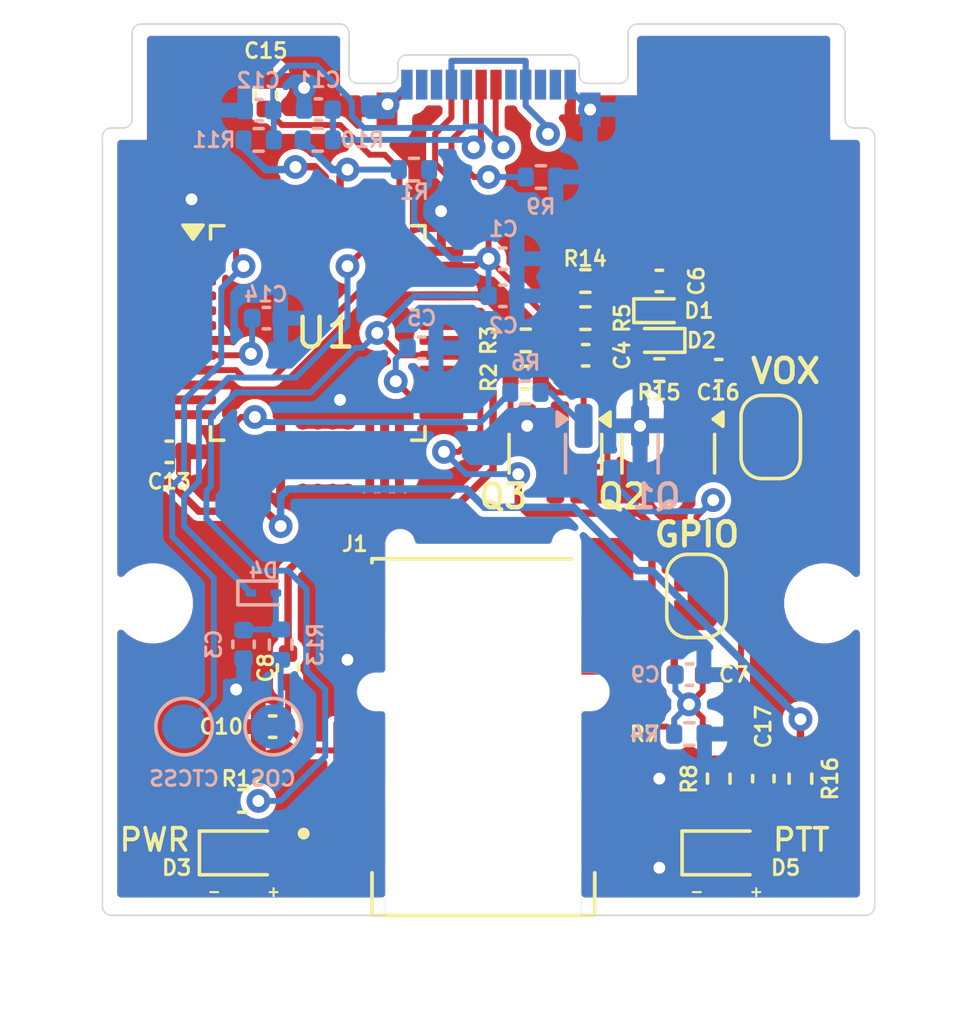
<source format=kicad_pcb>
(kicad_pcb (version 20241229) (generator "pcbnew") (generator_version "9.0")
  (layers (0 "F.Cu" signal) (2 "B.Cu" signal) (13 "F.Paste" user) (15 "B.Paste" user) (5 "F.SilkS" user "F.Silkscreen") (7 "B.SilkS" user "B.Silkscreen") (1 "F.Mask" user) (3 "B.Mask" user) (25 "Edge.Cuts" user))
  (net 0 "")
  (net 1 "+5V")
  (net 2 "GND")
  (net 3 "Net-(Q1-B)")
  (net 4 "Net-(D4-A)")
  (net 5 "/PTT")
  (net 6 "/ROUT")
  (net 7 "Net-(Q3-B)")
  (net 8 "/COS")
  (net 9 "/RIG_AFIN")
  (net 10 "/RIG_AFOUT")
  (net 11 "/RIG_PTT")
  (net 12 "Net-(U1-VREF)")
  (net 13 "Net-(U1-MICIN)")
  (net 14 "Net-(U1-LOL)")
  (net 15 "Net-(D1-K)")
  (net 22 "Net-(Q3-C)")
  (net 23 "/USB_DP")
  (net 40 "Net-(C4-Pad2)")
  (net 41 "Net-(D2-K)")
  (net 42 "Net-(C7-Pad1)")
  (net 43 "/USB_DN")
  (net 44 "+3V3")
  (net 45 "unconnected-(C14-Pad2)")
  (net 46 "Net-(U1-REGV)")
  (net 47 "Net-(D5-K)")
  (net 48 "Net-(D3-A)")
  (net 49 "Net-(D5-A)")
  (net 52 "Net-(JP1-A)")
  (net 53 "Net-(JP2-A)")
  (net 55 "Net-(P1-CC)")
  (net 56 "Net-(Q2-B)")
  (net 57 "Net-(U1-USBDP)")
  (net 58 "Net-(U1-USBDM)")
  (net 59 "Net-(R13-Pad1)")
  (net 60 "Net-(U1-VOLDN)")
  (footprint "Resistor_SMD:R_0402_1005Metric" (layer "F.Cu") (at 135.31 77.7)
    (property "Reference" "R7")
    (property "Value" "10K")
  )
  (footprint "LED_SMD:LED_0603_1608Metric" (layer "F.Cu") (at 136.55 81.7)
    (property "Reference" "D5")
    (property "Value" "RED")
  )
  (footprint "Capacitor_SMD:C_0402_1005Metric" (layer "F.Cu") (at 121.05 56.18 -90)
    (property "Reference" "C15")
    (property "Value" "10uF")
  )
  (footprint "Jumper:SolderJumper-2_P1.3mm_Bridged_RoundedPad1.0x1.5mm" (layer "F.Cu") (at 138.05 67.7 -90)
    (property "Reference" "JP1" (hide yes))
    (property "Value" "VOX")
  )
  (footprint "LED_SMD:LED_0603_1608Metric" (layer "F.Cu") (at 120.3 81.7)
    (property "Reference" "D3")
    (property "Value" "Green")
  )
  (footprint "Resistor_SMD:R_0402_1005Metric" (layer "F.Cu") (at 120.29 79.95 180)
    (property "Reference" "R12")
    (property "Value" "1K5" (hide yes))
  )
  (footprint "Resistor_SMD:R_0402_1005Metric" (layer "F.Cu") (at 131.81 62.45)
    (property "Reference" "R14")
    (property "Value" "1K5")
  )
  (footprint "Resistor_SMD:R_0402_1005Metric" (layer "F.Cu") (at 129.8 64.45)
    (property "Reference" "R3")
    (property "Value" "22")
  )
  (footprint "Capacitor_SMD:C_0402_1005Metric" (layer "F.Cu") (at 121.28 77.45 180)
    (property "Reference" "C10")
    (property "Value" "100nF")
  )
  (footprint "MountingHole:MountingHole_2.2mm_M2" (layer "F.Cu") (at 117.25 73.3)
    (property "Reference" "H1" (hide yes))
    (property "Value" "MountingHole")
  )
  (footprint "Capacitor_SMD:C_0402_1005Metric" (layer "F.Cu") (at 136.3 65.45)
    (property "Reference" "C16")
    (property "Value" "1uF")
  )
  (footprint "Resistor_SMD:R_0402_1005Metric" (layer "F.Cu") (at 131.81 63.7)
    (property "Reference" "R5")
    (property "Value" "10K")
  )
  (footprint "Jumper:SolderJumper-2_P1.3mm_Bridged_RoundedPad1.0x1.5mm" (layer "F.Cu") (at 135.55 73.05 -90)
    (property "Reference" "JP2" (hide yes))
    (property "Value" "GPIO")
  )
  (footprint "Capacitor_SMD:C_0402_1005Metric" (layer "F.Cu") (at 117.8 68.2 180)
    (property "Reference" "C13")
    (property "Value" "10uF")
  )
  (footprint "Package_TO_SOT_SMD:SOT-23" (layer "F.Cu") (at 134.6 68.2625 -90)
    (property "Reference" "Q2")
    (property "Value" "MMBT5551L")
  )
  (footprint "Package_TO_SOT_SMD:SOT-23" (layer "F.Cu") (at 130.8 68.2625 -90)
    (property "Reference" "Q3")
    (property "Value" "MMBT5551L")
  )
  (footprint "Resistor_SMD:R_0402_1005Metric" (layer "F.Cu") (at 139.05 79.2 -90)
    (property "Reference" "R16")
    (property "Value" "1K5")
  )
  (footprint "Resistor_SMD:R_0402_1005Metric" (layer "F.Cu") (at 134.3 65.45 180)
    (property "Reference" "R15")
    (property "Value" "1K5")
  )
  (footprint "Capacitor_SMD:C_0402_1005Metric" (layer "F.Cu") (at 121.8 75.47 90)
    (property "Reference" "C8")
    (property "Value" "10uF")
  )
  (footprint "MountingHole:MountingHole_2.2mm_M2" (layer "F.Cu") (at 139.85 73.3)
    (property "Reference" "H2" (hide yes))
    (property "Value" "MountingHole")
  )
  (footprint "Resistor_SMD:R_0402_1005Metric" (layer "F.Cu") (at 136.3 79.2 90)
    (property "Reference" "R8")
    (property "Value" "100")
  )
  (footprint "Diode_SMD:D_SOD-923" (layer "F.Cu") (at 134.3 63.45)
    (property "Reference" "D1")
    (property "Value" "GS2005ELD" (hide yes))
  )
  (footprint "Capacitor_SMD:C_0402_1005Metric" (layer "F.Cu") (at 135.3 75.7 180)
    (property "Reference" "C7")
    (property "Value" "10uF")
  )
  (footprint "Capacitor_SMD:C_0402_1005Metric" (layer "F.Cu") (at 131.82 64.95 180)
    (property "Reference" "C4")
    (property "Value" "1uF")
  )
  (footprint "footprints:CUI_SJ-43504-SMT-TR" (layer "F.Cu") (at 124.2 81.05)
    (property "Reference" "J1")
    (property "Value" "SJ-43504-SMT-TR" (hide yes))
    (fp_line (start 0.575 -5.42) (end 0.875 -5.42) (stroke (width 0.01)) (layer "Edge.Cuts"))
    (fp_line (start 0.875 -9.75) (end 0.875 -5.42) (stroke (width 0.01)) (layer "Edge.Cuts"))
    (fp_line (start 0.875 -4.12) (end 0.575 -4.12) (stroke (width 0.01)) (layer "Edge.Cuts"))
    (fp_line (start 0.875 2.75) (end 0.875 -4.12) (stroke (width 0.01)) (layer "Edge.Cuts"))
    (fp_line (start 6.475 -9.75) (end 1.875 -9.75) (stroke (width 0.01)) (layer "Edge.Cuts"))
    (fp_line (start 7.475 -9.75) (end 7.475 -5.42) (stroke (width 0.01)) (layer "Edge.Cuts"))
    (fp_line (start 7.475 -5.42) (end 7.775 -5.42) (stroke (width 0.01)) (layer "Edge.Cuts"))
    (fp_line (start 7.475 -4.12) (end 7.475 2.75) (stroke (width 0.01)) (layer "Edge.Cuts"))
    (fp_line (start 7.775 -4.12) (end 7.475 -4.12) (stroke (width 0.01)) (layer "Edge.Cuts"))
    (fp_arc (start 0.575 -4.12) (mid -0.075 -4.77) (end 0.575 -5.42) (stroke (width 0.01)) (layer "Edge.Cuts"))
    (fp_arc (start 0.875 -9.75) (mid 1.375 -10.25) (end 1.875 -9.75) (stroke (width 0.01)) (layer "Edge.Cuts"))
    (fp_arc (start 6.475 -9.75) (mid 6.975 -10.25) (end 7.475 -9.75) (stroke (width 0.01)) (layer "Edge.Cuts"))
    (fp_arc (start 7.775 -5.42) (mid 8.425 -4.77) (end 7.775 -4.12) (stroke (width 0.01)) (layer "Edge.Cuts"))
  )
  (footprint "Package_QFP:LQFP-48_7x7mm_P0.5mm" (layer "F.Cu") (at 122.8 64.2)
    (property "Reference" "U1")
    (property "Value" "CM108B" (hide yes))
  )
  (footprint "Capacitor_SMD:C_0402_1005Metric" (layer "F.Cu") (at 134.3 62.45 180)
    (property "Reference" "C6")
    (property "Value" "1uF")
  )
  (footprint "Diode_SMD:D_SOD-923" (layer "F.Cu") (at 134.3 64.45 180)
    (property "Reference" "D2")
    (property "Value" "GS2005ELD" (hide yes))
  )
  (footprint "Resistor_SMD:R_0402_1005Metric" (layer "F.Cu") (at 129.8 65.7 180)
    (property "Reference" "R2")
    (property "Value" "2K0")
  )
  (footprint "Capacitor_SMD:C_0402_1005Metric" (layer "F.Cu") (at 137.8 79.2 90)
    (property "Reference" "C17")
    (property "Value" "100nF" (hide yes))
  )
  (footprint "footprints:USB_C_Plug_Molex_105444" (layer "F.Cu") (at 128.55 55.8)
    (property "Reference" "P1" (hide yes))
    (property "Value" "USB_C_Plug_USB2.0")
    (fp_line (start -3.35 0) (end -4.3 0) (stroke (width 0.05)) (layer "Edge.Cuts"))
    (fp_line (start -3.05 -0.66) (end -3.05 -0.3) (stroke (width 0.05)) (layer "Edge.Cuts"))
    (fp_line (start -2.75 -0.96) (end 2.75 -0.96) (stroke (width 0.05)) (layer "Edge.Cuts"))
    (fp_line (start 3.05 -0.66) (end 3.05 -0.3) (stroke (width 0.05)) (layer "Edge.Cuts"))
    (fp_line (start 3.35 0) (end 4.3 0) (stroke (width 0.05)) (layer "Edge.Cuts"))
    (fp_arc (start -3.05 -0.66) (mid -2.962132 -0.872132) (end -2.75 -0.96) (stroke (width 0.05)) (layer "Edge.Cuts"))
    (fp_arc (start -3.05 -0.3) (mid -3.137868 -0.087868) (end -3.35 0) (stroke (width 0.05)) (layer "Edge.Cuts"))
    (fp_arc (start 2.75 -0.96) (mid 2.962132 -0.872132) (end 3.05 -0.66) (stroke (width 0.05)) (layer "Edge.Cuts"))
    (fp_arc (start 3.35 0) (mid 3.137868 -0.087868) (end 3.05 -0.3) (stroke (width 0.05)) (layer "Edge.Cuts"))
  )
  (footprint "Diode_SMD:D_SOD-923" (layer "B.Cu") (at 120.97 72.95)
    (property "Reference" "D4")
    (property "Value" "GS2005ELD")
  )
  (footprint "Capacitor_SMD:C_0402_1005Metric" (layer "B.Cu") (at 126.3 64.7)
    (property "Reference" "C5")
    (property "Value" "10uF")
  )
  (footprint "TestPoint:TestPoint_Pad_D1.5mm" (layer "B.Cu") (at 121.3 77.45 180)
    (property "Reference" "COS")
    (property "Value" "COS")
  )
  (footprint "Resistor_SMD:R_0402_1005Metric" (layer "B.Cu") (at 122.8 57.7)
    (property "Reference" "R10")
    (property "Value" "22")
  )
  (footprint "Capacitor_SMD:C_0402_1005Metric" (layer "B.Cu") (at 129.03 62.95)
    (property "Reference" "C2")
    (property "Value" "100nF")
  )
  (footprint "TestPoint:TestPoint_Pad_D1.5mm" (layer "B.Cu") (at 118.3 77.45 180)
    (property "Reference" "CTCSS")
    (property "Value" "CTCSS")
  )
  (footprint "Capacitor_SMD:C_0402_1005Metric" (layer "B.Cu") (at 135.32 75.7)
    (property "Reference" "C9")
    (property "Value" "100nF")
  )
  (footprint "Capacitor_SMD:C_0402_1005Metric" (layer "B.Cu") (at 122.82 56.68 180)
    (property "Reference" "C11")
    (property "Value" "100pF")
  )
  (footprint "Package_TO_SOT_SMD:SOT-23" (layer "B.Cu") (at 132.7 68.2625 -90)
    (property "Reference" "Q1")
    (property "Value" "MMBT5551L")
  )
  (footprint "Capacitor_SMD:C_0402_1005Metric" (layer "B.Cu") (at 121.07 63.7 180)
    (property "Reference" "C14")
    (property "Value" "10uF")
  )
  (footprint "Capacitor_SMD:C_0402_1005Metric" (layer "B.Cu") (at 129.03 61.7)
    (property "Reference" "C1")
    (property "Value" "10uF")
  )
  (footprint "Resistor_SMD:R_0402_1005Metric" (layer "B.Cu") (at 126.04 58.7)
    (property "Reference" "R1")
    (property "Value" "1K5")
  )
  (footprint "Resistor_SMD:R_0402_1005Metric" (layer "B.Cu") (at 129.79 66.2 180)
    (property "Reference" "R6")
    (property "Value" "1K5")
  )
  (footprint "Resistor_SMD:R_0402_1005Metric" (layer "B.Cu") (at 120.81 57.7)
    (property "Reference" "R11")
    (property "Value" "22")
  )
  (footprint "Resistor_SMD:R_0402_1005Metric" (layer "B.Cu") (at 121.55 74.69 90)
    (property "Reference" "R13")
    (property "Value" "22")
  )
  (footprint "Resistor_SMD:R_0402_1005Metric" (layer "B.Cu") (at 130.31 58.95)
    (property "Reference" "R9")
    (property "Value" "5.1k")
  )
  (footprint "Capacitor_SMD:C_0402_1005Metric" (layer "B.Cu") (at 120.82 56.7 180)
    (property "Reference" "C12")
    (property "Value" "100pF")
  )
  (footprint "Capacitor_SMD:C_0402_1005Metric" (layer "B.Cu") (at 120.3 74.68 -90)
    (property "Reference" "C3")
    (property "Value" "100nF")
  )
  (footprint "Resistor_SMD:R_0402_1005Metric" (layer "B.Cu") (at 135.31 77.7)
    (property "Reference" "R4")
    (property "Value" "1K5")
  )
  (gr_line (start 132.85 55.8) (end 132.95 55.8) (stroke (width 0.05)) (layer "Edge.Cuts"))
  (gr_arc (start 116.55 54.1) (mid 116.637868 53.887868) (end 116.85 53.8) (stroke (width 0.05)) (layer "Edge.Cuts"))
  (gr_line (start 140.55 57) (end 140.55 54.1) (stroke (width 0.05)) (layer "Edge.Cuts"))
  (gr_line (start 123.55 53.8) (end 116.85 53.8) (stroke (width 0.05)) (layer "Edge.Cuts"))
  (gr_line (start 133.55 53.8) (end 140.25 53.8) (stroke (width 0.05)) (layer "Edge.Cuts"))
  (gr_arc (start 123.55 53.8) (mid 123.762132 53.887868) (end 123.85 54.1) (stroke (width 0.05)) (layer "Edge.Cuts"))
  (gr_line (start 115.85 57.3) (end 116.25 57.3) (stroke (width 0.05)) (layer "Edge.Cuts"))
  (gr_line (start 123.85 55.5) (end 123.85 54.1) (stroke (width 0.05)) (layer "Edge.Cuts"))
  (gr_line (start 116.55 57) (end 116.55 54.1) (stroke (width 0.05)) (layer "Edge.Cuts"))
  (gr_arc (start 115.55 57.6) (mid 115.637868 57.387868) (end 115.85 57.3) (stroke (width 0.05)) (layer "Edge.Cuts"))
  (gr_line (start 125.075 83.8) (end 115.85 83.8) (stroke (width 0.05)) (layer "Edge.Cuts"))
  (gr_line (start 115.55 57.6) (end 115.55 83.5) (stroke (width 0.05)) (layer "Edge.Cuts"))
  (gr_arc (start 116.55 57) (mid 116.462132 57.212132) (end 116.25 57.3) (stroke (width 0.05)) (layer "Edge.Cuts"))
  (gr_line (start 141.55 57.6) (end 141.55 83.5) (stroke (width 0.05)) (layer "Edge.Cuts"))
  (gr_arc (start 133.25 54.1) (mid 133.337868 53.887868) (end 133.55 53.8) (stroke (width 0.05)) (layer "Edge.Cuts"))
  (gr_arc (start 140.85 57.3) (mid 140.637868 57.212132) (end 140.55 57) (stroke (width 0.05)) (layer "Edge.Cuts"))
  (gr_line (start 124.15 55.8) (end 124.25 55.8) (stroke (width 0.05)) (layer "Edge.Cuts"))
  (gr_arc (start 133.25 55.5) (mid 133.162132 55.712132) (end 132.95 55.8) (stroke (width 0.05)) (layer "Edge.Cuts"))
  (gr_line (start 140.85 57.3) (end 141.25 57.3) (stroke (width 0.05)) (layer "Edge.Cuts"))
  (gr_arc (start 140.25 53.8) (mid 140.462132 53.887868) (end 140.55 54.1) (stroke (width 0.05)) (layer "Edge.Cuts"))
  (gr_line (start 131.675 83.8) (end 141.25 83.8) (stroke (width 0.05)) (layer "Edge.Cuts"))
  (gr_line (start 133.25 55.5) (end 133.25 54.1) (stroke (width 0.05)) (layer "Edge.Cuts"))
  (gr_arc (start 141.55 83.5) (mid 141.462132 83.712132) (end 141.25 83.8) (stroke (width 0.05)) (layer "Edge.Cuts"))
  (gr_arc (start 141.25 57.3) (mid 141.462132 57.387868) (end 141.55 57.6) (stroke (width 0.05)) (layer "Edge.Cuts"))
  (gr_arc (start 115.85 83.8) (mid 115.637868 83.712132) (end 115.55 83.5) (stroke (width 0.05)) (layer "Edge.Cuts"))
  (gr_arc (start 124.15 55.8) (mid 123.937868 55.712132) (end 123.85 55.5) (stroke (width 0.05)) (layer "Edge.Cuts"))
  (gr_text "VOX" (at 137.3 65.95 0) (layer "F.SilkS") (effects (font (size 0.8 0.8) (thickness 0.16) (bold yes)) (justify left bottom)))
  (gr_text "PTT" (at 138.05 81.7 0) (layer "F.SilkS") (effects (font (size 0.75 0.75) (thickness 0.125) (bold yes)) (justify left bottom)))
  (gr_text "+" (at 137.3 83.2 0) (layer "F.SilkS") (effects (font (size 0.35 0.35) (thickness 0.07) (bold yes)) (justify left bottom)))
  (gr_text "PWR" (at 116.05 81.7 0) (layer "F.SilkS") (effects (font (size 0.75 0.75) (thickness 0.125) (bold yes)) (justify left bottom)))
  (gr_text "-" (at 135.3 83.2 0) (layer "F.SilkS") (effects (font (size 0.35 0.35) (thickness 0.07) (bold yes)) (justify left bottom)))
  (gr_text "-" (at 119.05 83.2 0) (layer "F.SilkS") (effects (font (size 0.35 0.35) (thickness 0.07) (bold yes)) (justify left bottom)))
  (gr_text "GPIO" (at 134.05 71.45 0) (layer "F.SilkS") (effects (font (size 0.8 0.8) (thickness 0.16) (bold yes)) (justify left bottom)))
  (gr_text "+" (at 121.05 83.2 0) (layer "F.SilkS") (effects (font (size 0.35 0.35) (thickness 0.07) (bold yes)) (justify left bottom)))
  (gr_text "${TITLE} ${REVISION}" (at 143.358 87.231868 0) (layer "B.SilkS") (effects (font (size 1 1)) (justify left bottom mirror)))
  (segment (start 127.3 55.84) (end 127.3 55.048) (width 0.2) (layer "F.Cu") (net 1))
  (segment (start 128.099999 61.95) (end 126.9625 61.95) (width 0.2) (layer "F.Cu") (net 1))
  (segment (start 128.55 60.3) (end 128.55 61.5) (width 0.2) (layer "F.Cu") (net 1))
  (segment (start 127.3 55.048) (end 127.309 55.039) (width 0.2) (layer "F.Cu") (net 1))
  (segment (start 130.55 63.7) (end 131.3 63.7) (width 0.2) (layer "F.Cu") (net 1))
  (segment (start 131.3 62.45) (end 131.3 63.7) (width 0.2) (layer "F.Cu") (net 1))
  (segment (start 129.8 55.048) (end 129.8 55.84) (width 0.2) (layer "F.Cu") (net 1))
  (segment (start 129.8 56.55) (end 129.8 55.84) (width 0.2) (layer "F.Cu") (net 1))
  (segment (start 127.3 55.84) (end 127.3 56.945768) (width 0.2) (layer "F.Cu") (net 1))
  (segment (start 127.309 55.039) (end 129.791 55.039) (width 0.2) (layer "F.Cu") (net 1))
  (segment (start 128.55 61.5) (end 128.099999 61.95) (width 0.2) (layer "F.Cu") (net 1))
  (segment (start 130.55 57.3) (end 129.8 56.55) (width 0.2) (layer "F.Cu") (net 1))
  (segment (start 128.55 61.5) (end 128.55 61.7) (width 0.2) (layer "F.Cu") (net 1))
  (segment (start 127.3 56.945768) (end 126.75 57.495768) (width 0.2) (layer "F.Cu") (net 1))
  (segment (start 130.55 57.5) (end 130.55 57.3) (width 0.2) (layer "F.Cu") (net 1))
  (segment (start 128.55 61.7) (end 130.55 63.7) (width 0.2) (layer "F.Cu") (net 1))
  (segment (start 126.75 58.5) (end 128.55 60.3) (width 0.2) (layer "F.Cu") (net 1))
  (segment (start 126.75 57.495768) (end 126.75 58.5) (width 0.2) (layer "F.Cu") (net 1))
  (segment (start 129.791 55.039) (end 129.8 55.048) (width 0.2) (layer "F.Cu") (net 1))
  (segment (start 126.9625 61.95) (end 126.9625 62.45) (width 0.2) (layer "F.Cu") (net 1))
  (segment (start 125.55 64.95) (end 126.9625 64.95) (width 0.2) (layer "F.Cu") (net 1))
  (segment (start 124.8 64.2) (end 125.55 64.95) (width 0.2) (layer "F.Cu") (net 1))
  (via (at 130.55 57.5) (size 0.8) (drill 0.4) (layers "F.Cu" "B.Cu") (net 1))
  (via (at 128.55 61.7) (size 0.8) (drill 0.4) (layers "F.Cu" "B.Cu") (net 1))
  (via (at 120.8 79.95) (size 0.8) (drill 0.4) (layers "F.Cu" "B.Cu") (net 1))
  (via (at 124.8 64.2) (size 0.8) (drill 0.4) (layers "F.Cu" "B.Cu") (net 1))
  (segment (start 126.05 60.45) (end 127.3 61.7) (width 0.2) (layer "B.Cu") (net 1))
  (segment (start 129.8 56.55) (end 129.8 55.84) (width 0.2) (layer "B.Cu") (net 1))
  (segment (start 126.55 59.2) (end 126.05 59.7) (width 0.2) (layer "B.Cu") (net 1))
  (segment (start 119.201 69.3661) (end 119.05 69.5171) (width 0.2) (layer "B.Cu") (net 1))
  (segment (start 129.8 55.048) (end 129.8 55.84) (width 0.2) (layer "B.Cu") (net 1))
  (segment (start 130.55 57.3) (end 129.8 56.55) (width 0.2) (layer "B.Cu") (net 1))
  (segment (start 128.55 61.7) (end 128.55 62.95) (width 0.2) (layer "B.Cu") (net 1))
  (segment (start 127.309 55.039) (end 129.791 55.039) (width 0.2) (layer "B.Cu") (net 1))
  (segment (start 119.201 67.049) (end 119.201 69.3661) (width 0.2) (layer "B.Cu") (net 1))
  (segment (start 124.8 64.2) (end 124.3 64.7) (width 0.2) (layer "B.Cu") (net 1))
  (segment (start 130.55 57.5) (end 130.55 57.3) (width 0.2) (layer "B.Cu") (net 1))
  (segment (start 122.425 72.825) (end 122.425 75.575) (width 0.2) (layer "B.Cu") (net 1))
  (segment (start 120.05 66.2) (end 119.201 67.049) (width 0.2) (layer "B.Cu") (net 1))
  (segment (start 124.3 64.7) (end 124.05 64.7) (width 0.2) (layer "B.Cu") (net 1))
  (segment (start 119.05 70.45) (end 120.8 72.2) (width 0.2) (layer "B.Cu") (net 1))
  (segment (start 129.791 55.039) (end 129.8 55.048) (width 0.2) (layer "B.Cu") (net 1))
  (segment (start 123.05 78.45) (end 121.55 79.95) (width 0.2) (layer "B.Cu") (net 1))
  (segment (start 119.05 69.5171) (end 119.05 70.45) (width 0.2) (layer "B.Cu") (net 1))
  (segment (start 127.3 55.048) (end 127.309 55.039) (width 0.2) (layer "B.Cu") (net 1))
  (segment (start 122.425 75.575) (end 123.05 76.2) (width 0.2) (layer "B.Cu") (net 1))
  (segment (start 121.8 72.2) (end 122.425 72.825) (width 0.2) (layer "B.Cu") (net 1))
  (segment (start 120.8 72.2) (end 121.8 72.2) (width 0.2) (layer "B.Cu") (net 1))
  (segment (start 121.55 79.95) (end 120.8 79.95) (width 0.2) (layer "B.Cu") (net 1))
  (segment (start 124.05 64.7) (end 122.55 66.2) (width 0.2) (layer "B.Cu") (net 1))
  (segment (start 126.05 62.95) (end 128.55 62.95) (width 0.2) (layer "B.Cu") (net 1))
  (segment (start 123.05 76.2) (end 123.05 78.45) (width 0.2) (layer "B.Cu") (net 1))
  (segment (start 124.8 64.2) (end 126.05 62.95) (width 0.2) (layer "B.Cu") (net 1))
  (segment (start 127.3 61.7) (end 128.55 61.7) (width 0.2) (layer "B.Cu") (net 1))
  (segment (start 126.05 59.7) (end 126.05 60.45) (width 0.2) (layer "B.Cu") (net 1))
  (segment (start 127.3 55.84) (end 127.3 55.048) (width 0.2) (layer "B.Cu") (net 1))
  (segment (start 126.55 58.7) (end 126.55 59.2) (width 0.2) (layer "B.Cu") (net 1))
  (segment (start 122.55 66.2) (end 120.05 66.2) (width 0.2) (layer "B.Cu") (net 1))
  (segment (start 120.8 79.95) (end 120.55 79.95) (width 0.2) (layer "B.Cu") (net 1))
  (segment (start 129.29 66.765) (end 129.85 67.325) (width 0.2) (layer "F.Cu") (net 2))
  (segment (start 129.29 65.7) (end 129.29 66.765) (width 0.2) (layer "F.Cu") (net 2))
  (segment (start 125.8 56.01) (end 125.13 56.68) (width 0.2) (layer "F.Cu") (net 2))
  (segment (start 125.8 55.84) (end 125.8 56.01) (width 0.2) (layer "F.Cu") (net 2))
  (via (at 122.34 55.95) (size 0.8) (drill 0.4) (layers "F.Cu" "B.Cu") (net 2))
  (via (at 131.97 56.68) (size 0.8) (drill 0.4) (layers "F.Cu" "B.Cu") (net 2))
  (via (at 123.55 66.45) (size 0.8) (drill 0.4) (layers "F.Cu" "B.Cu") (net 2))
  (via (at 129.85 67.325) (size 0.8) (drill 0.4) (layers "F.Cu" "B.Cu") (net 2))
  (via (at 118.55 59.7) (size 0.8) (drill 0.4) (layers "F.Cu" "B.Cu") (net 2))
  (via (at 120.05 76.2) (size 0.8) (drill 0.4) (layers "F.Cu" "B.Cu") (net 2))
  (via (at 134.3 79.2) (size 0.8) (drill 0.4) (layers "F.Cu" "B.Cu") (net 2))
  (via (at 133.65 67.325) (size 0.8) (drill 0.4) (layers "F.Cu" "B.Cu") (net 2))
  (via (at 126.95 60.1) (size 0.8) (drill 0.4) (layers "F.Cu" "B.Cu") (net 2))
  (via (at 125.15 56.5) (size 0.8) (drill 0.4) (layers "F.Cu" "B.Cu") (net 2))
  (via (at 134.3 82.2) (size 0.8) (drill 0.4) (layers "F.Cu" "B.Cu") (net 2))
  (via (at 123.8 75.2) (size 0.8) (drill 0.4) (layers "F.Cu" "B.Cu") (net 2))
  (segment (start 136.55 75.95) (end 136.3 75.7) (width 0.2) (layer "B.Cu") (net 2))
  (segment (start 125.8 55.84) (end 125.8 55.85) (width 0.2) (layer "B.Cu") (net 2))
  (segment (start 136.3 75.7) (end 135.8 75.7) (width 0.2) (layer "B.Cu") (net 2))
  (segment (start 125.8 55.85) (end 125.15 56.5) (width 0.2) (layer "B.Cu") (net 2))
  (segment (start 136.3 77.7) (end 136.55 77.45) (width 0.2) (layer "B.Cu") (net 2))
  (segment (start 131.3 56.01) (end 131.97 56.68) (width 0.2) (layer "B.Cu") (net 2))
  (segment (start 135.82 77.7) (end 136.3 77.7) (width 0.2) (layer "B.Cu") (net 2))
  (segment (start 131.3 55.84) (end 131.3 56.01) (width 0.2) (layer "B.Cu") (net 2))
  (segment (start 136.55 77.45) (end 136.55 75.95) (width 0.2) (layer "B.Cu") (net 2))
  (segment (start 130.625 66.2) (end 131.75 67.325) (width 0.2) (layer "B.Cu") (net 3))
  (segment (start 130.3 66.2) (end 130.625 66.2) (width 0.2) (layer "B.Cu") (net 3))
  (segment (start 121.39 72.95) (end 121.39 74.02) (width 0.2) (layer "B.Cu") (net 4))
  (segment (start 121.55 74.18) (end 120.32 74.18) (width 0.2) (layer "B.Cu") (net 4))
  (segment (start 120.32 74.18) (end 120.3 74.2) (width 0.2) (layer "B.Cu") (net 4))
  (segment (start 121.39 74.02) (end 121.55 74.18) (width 0.2) (layer "B.Cu") (net 4))
  (segment (start 120.222916 67.027084) (end 120.05 67.2) (width 0.2) (layer "F.Cu") (net 5))
  (segment (start 120.05 67.2) (end 120.05 68.3625) (width 0.2) (layer "F.Cu") (net 5))
  (segment (start 120.682359 67.027084) (end 120.222916 67.027084) (width 0.2) (layer "F.Cu") (net 5))
  (via (at 120.682359 67.027084) (size 0.8) (drill 0.4) (layers "F.Cu" "B.Cu") (net 5))
  (segment (start 120.8 67.2) (end 128.28 67.2) (width 0.2) (layer "B.Cu") (net 5))
  (segment (start 120.682359 67.082359) (end 120.8 67.2) (width 0.2) (layer "B.Cu") (net 5))
  (segment (start 120.682359 67.027084) (end 120.682359 67.082359) (width 0.2) (layer "B.Cu") (net 5))
  (segment (start 128.28 67.2) (end 129.28 66.2) (width 0.2) (layer "B.Cu") (net 5))
  (segment (start 126.9625 63.45) (end 128.29 63.45) (width 0.2) (layer "F.Cu") (net 6))
  (segment (start 128.29 63.45) (end 129.29 64.45) (width 0.2) (layer "F.Cu") (net 6))
  (segment (start 132.3 64.95) (end 132.3 65.4) (width 0.2) (layer "F.Cu") (net 7))
  (segment (start 130.56 65.96) (end 130.8 66.2) (width 0.2) (layer "F.Cu") (net 7))
  (segment (start 132.3 65.4) (end 131.75 65.95) (width 0.2) (layer "F.Cu") (net 7))
  (segment (start 132.3 63.68) (end 132.32 63.7) (width 0.2) (layer "F.Cu") (net 7))
  (segment (start 130.8 66.2) (end 131.75 66.2) (width 0.2) (layer "F.Cu") (net 7))
  (segment (start 132.32 63.7) (end 132.32 64.93) (width 0.2) (layer "F.Cu") (net 7))
  (segment (start 130.56 65.95) (end 130.56 65.96) (width 0.2) (layer "F.Cu") (net 7))
  (segment (start 131.75 66.2) (end 131.75 67.325) (width 0.2) (layer "F.Cu") (net 7))
  (segment (start 132.32 64.93) (end 132.3 64.95) (width 0.2) (layer "F.Cu") (net 7))
  (segment (start 131.75 65.95) (end 131.75 66.2) (width 0.2) (layer "F.Cu") (net 7))
  (segment (start 130.31 65.7) (end 130.56 65.95) (width 0.2) (layer "F.Cu") (net 7))
  (segment (start 123.8 61.95) (end 124.55 61.2) (width 0.2) (layer "F.Cu") (net 8))
  (segment (start 124.55 61.2) (end 124.55 60.0375) (width 0.2) (layer "F.Cu") (net 8))
  (via (at 123.8 61.95) (size 0.8) (drill 0.4) (layers "F.Cu" "B.Cu") (net 8))
  (segment (start 122.05 65.7) (end 119.8 65.7) (width 0.2) (layer "B.Cu") (net 8))
  (segment (start 123.8 63.95) (end 122.05 65.7) (width 0.2) (layer "B.Cu") (net 8))
  (segment (start 118.8 66.7) (end 118.8 69.2) (width 0.2) (layer "B.Cu") (net 8))
  (segment (start 118.8 69.2) (end 118.3 69.7) (width 0.2) (layer "B.Cu") (net 8))
  (segment (start 118.3 69.7) (end 118.3 70.7) (width 0.2) (layer "B.Cu") (net 8))
  (segment (start 119.8 65.7) (end 118.8 66.7) (width 0.2) (layer "B.Cu") (net 8))
  (segment (start 123.8 61.95) (end 123.8 63.95) (width 0.2) (layer "B.Cu") (net 8))
  (segment (start 118.3 70.7) (end 120.55 72.95) (width 0.2) (layer "B.Cu") (net 8))
  (segment (start 122.6 78.25) (end 124.2 78.25) (width 0.2) (layer "F.Cu") (net 9))
  (segment (start 121.8 75.95) (end 121.8 77.41) (width 0.2) (layer "F.Cu") (net 9))
  (segment (start 121.8 77.41) (end 121.76 77.45) (width 0.25) (layer "F.Cu") (net 9))
  (segment (start 121.8 77.45) (end 122.6 78.25) (width 0.2) (layer "F.Cu") (net 9))
  (segment (start 133.55 76.95) (end 134.05 77.45) (width 0.2) (layer "F.Cu") (net 10))
  (segment (start 132.55 74.65) (end 133.55 75.65) (width 0.2) (layer "F.Cu") (net 10))
  (segment (start 134.05 77.45) (end 134.55 77.45) (width 0.2) (layer "F.Cu") (net 10))
  (segment (start 133.55 75.65) (end 133.55 76.95) (width 0.2) (layer "F.Cu") (net 10))
  (segment (start 134.55 77.45) (end 134.8 77.7) (width 0.2) (layer "F.Cu") (net 10))
  (segment (start 135.8 79.7) (end 134.5 81) (width 0.2) (layer "F.Cu") (net 11))
  (segment (start 136.29 79.7) (end 135.8 79.7) (width 0.2) (layer "F.Cu") (net 11))
  (segment (start 136.3 79.71) (end 136.29 79.7) (width 0.2) (layer "F.Cu") (net 11))
  (segment (start 134.5 81) (end 132.55 81) (width 0.2) (layer "F.Cu") (net 11))
  (segment (start 126.05 66.45) (end 126.9625 66.45) (width 0.2) (layer "F.Cu") (net 12))
  (segment (start 125.425 65.825) (end 126.05 66.45) (width 0.2) (layer "F.Cu") (net 12))
  (segment (start 126.9625 66.45) (end 126.191176 66.45) (width 0.2) (layer "F.Cu") (net 12))
  (via (at 125.425 65.825) (size 0.8) (drill 0.4) (layers "F.Cu" "B.Cu") (net 12))
  (segment (start 125.8 64.7) (end 125.82 64.7) (width 0.2) (layer "B.Cu") (net 12))
  (segment (start 125.425 65.075) (end 125.8 64.7) (width 0.2) (layer "B.Cu") (net 12))
  (segment (start 125.425 65.825) (end 125.425 65.075) (width 0.2) (layer "B.Cu") (net 12))
  (segment (start 128.275 67.475) (end 127.55 68.2) (width 0.2) (layer "F.Cu") (net 13))
  (segment (start 133.6135 70.2635) (end 134.05 70.7) (width 0.25) (layer "F.Cu") (net 13))
  (segment (start 129.55 68.95) (end 129.55 69.95) (width 0.25) (layer "F.Cu") (net 13))
  (segment (start 129.8635 70.2635) (end 133.6135 70.2635) (width 0.25) (layer "F.Cu") (net 13))
  (segment (start 128.124 66.210355) (end 128.275 66.361355) (width 0.2) (layer "F.Cu") (net 13))
  (segment (start 134.8 74.7) (end 134.8 75.68) (width 0.25) (layer "F.Cu") (net 13))
  (segment (start 129.55 69.95) (end 129.8635 70.2635) (width 0.25) (layer "F.Cu") (net 13))
  (segment (start 134.8 75.68) (end 134.82 75.7) (width 0.25) (layer "F.Cu") (net 13))
  (segment (start 127.55 68.2) (end 127.05 68.2) (width 0.2) (layer "F.Cu") (net 13))
  (segment (start 134.05 73.95) (end 134.8 74.7) (width 0.25) (layer "F.Cu") (net 13))
  (segment (start 128.124 66.175) (end 128.124 66.210355) (width 0.2) (layer "F.Cu") (net 13))
  (segment (start 127.899 65.95) (end 128.124 66.175) (width 0.2) (layer "F.Cu") (net 13))
  (segment (start 126.9625 65.95) (end 127.899 65.95) (width 0.2) (layer "F.Cu") (net 13))
  (segment (start 134.05 70.7) (end 134.05 73.95) (width 0.25) (layer "F.Cu") (net 13))
  (segment (start 128.275 66.361355) (end 128.275 66.361354) (width 0.2) (layer "F.Cu") (net 13))
  (segment (start 128.275 66.361354) (end 128.275 67.475) (width 0.2) (layer "F.Cu") (net 13))
  (via (at 129.55 68.95) (size 0.8) (drill 0.4) (layers "F.Cu" "B.Cu") (net 13))
  (via (at 127.05 68.2) (size 0.8) (drill 0.4) (layers "F.Cu" "B.Cu") (net 13))
  (segment (start 127.05 68.2) (end 127.8 68.95) (width 0.2) (layer "B.Cu") (net 13))
  (segment (start 127.8 68.95) (end 129.55 68.95) (width 0.2) (layer "B.Cu") (net 13))
  (segment (start 128.701 68.799) (end 128.701 66.1849) (width 0.25) (layer "F.Cu") (net 14))
  (segment (start 128.55 64.95) (end 128.05 64.45) (width 0.25) (layer "F.Cu") (net 14))
  (segment (start 128.55 66.0339) (end 128.55 64.95) (width 0.25) (layer "F.Cu") (net 14))
  (segment (start 128.05 64.45) (end 126.9625 64.45) (width 0.25) (layer "F.Cu") (net 14))
  (segment (start 121.8 72.2) (end 123.55 70.45) (width 0.25) (layer "F.Cu") (net 14))
  (segment (start 121.8 74.99) (end 121.8 72.2) (width 0.25) (layer "F.Cu") (net 14))
  (segment (start 128.701 66.1849) (end 128.55 66.0339) (width 0.25) (layer "F.Cu") (net 14))
  (segment (start 127.05 70.45) (end 128.701 68.799) (width 0.25) (layer "F.Cu") (net 14))
  (segment (start 123.55 70.45) (end 127.05 70.45) (width 0.25) (layer "F.Cu") (net 14))
  (segment (start 134.78 62.8) (end 134.78 62.45) (width 0.2) (layer "F.Cu") (net 15))
  (segment (start 133.88 64.45) (end 133.88 63.45) (width 0.2) (layer "F.Cu") (net 15))
  (segment (start 134.53 62.8) (end 134.78 62.8) (width 0.2) (layer "F.Cu") (net 15))
  (segment (start 133.88 63.45) (end 134.53 62.8) (width 0.2) (layer "F.Cu") (net 15))
  (segment (start 132.32 62.45) (end 132.55 62.45) (width 0.2) (layer "F.Cu") (net 22))
  (segment (start 133.05 65.95) (end 132.55 66.45) (width 0.2) (layer "F.Cu") (net 22))
  (segment (start 132.55 66.45) (end 132.55 68.7) (width 0.2) (layer "F.Cu") (net 22))
  (segment (start 132.55 62.45) (end 133.05 62.95) (width 0.2) (layer "F.Cu") (net 22))
  (segment (start 132.3 62.45) (end 132.31 62.46) (width 0.2) (layer "F.Cu") (net 22))
  (segment (start 131.3 68.7) (end 130.8 69.2) (width 0.2) (layer "F.Cu") (net 22))
  (segment (start 132.32 62.45) (end 133.82 62.45) (width 0.2) (layer "F.Cu") (net 22))
  (segment (start 132.55 68.7) (end 131.3 68.7) (width 0.2) (layer "F.Cu") (net 22))
  (segment (start 132.32 62.45) (end 132.31 62.46) (width 0.2) (layer "F.Cu") (net 22))
  (segment (start 133.05 62.95) (end 133.05 65.95) (width 0.2) (layer "F.Cu") (net 22))
  (segment (start 128.29 55.83) (end 128.29 57.71) (width 0.2) (layer "F.Cu") (net 23))
  (segment (start 128.29 57.71) (end 128.05 57.95) (width 0.2) (layer "F.Cu") (net 23))
  (via (at 128.05 57.95) (size 0.8) (drill 0.4) (layers "F.Cu" "B.Cu") (net 23))
  (segment (start 123.31 56.69) (end 123.3 56.68) (width 0.2) (layer "B.Cu") (net 23))
  (segment (start 123.31 57.7) (end 123.31 56.69) (width 0.2) (layer "B.Cu") (net 23))
  (segment (start 127.8 57.7) (end 128.05 57.95) (width 0.2) (layer "B.Cu") (net 23))
  (segment (start 123.31 57.7) (end 127.8 57.7) (width 0.2) (layer "B.Cu") (net 23))
  (segment (start 130.82 64.95) (end 131.34 64.95) (width 0.2) (layer "F.Cu") (net 40))
  (segment (start 130.55 64.69) (end 130.56 64.69) (width 0.2) (layer "F.Cu") (net 40))
  (segment (start 130.56 64.69) (end 130.82 64.95) (width 0.2) (layer "F.Cu") (net 40))
  (segment (start 130.31 64.45) (end 130.55 64.69) (width 0.2) (layer "F.Cu") (net 40))
  (segment (start 134.81 64.69) (end 134.72 64.6) (width 0.2) (layer "F.Cu") (net 41))
  (segment (start 134.81 65.45) (end 134.81 64.69) (width 0.2) (layer "F.Cu") (net 41))
  (segment (start 134.72 64.6) (end 134.72 64.45) (width 0.2) (layer "F.Cu") (net 41))
  (segment (start 134.81 65.45) (end 135.82 65.45) (width 0.2) (layer "F.Cu") (net 41))
  (segment (start 135.3 76.7) (end 135.76 77.16) (width 0.2) (layer "F.Cu") (net 42))
  (segment (start 135.76 75.72) (end 135.78 75.7) (width 0.2) (layer "F.Cu") (net 42))
  (segment (start 135.76 76.24) (end 135.76 75.72) (width 0.2) (layer "F.Cu") (net 42))
  (segment (start 135.76 77.39) (end 135.82 77.45) (width 0.2) (layer "F.Cu") (net 42))
  (segment (start 135.3 76.7) (end 135.76 76.24) (width 0.2) (layer "F.Cu") (net 42))
  (segment (start 135.76 77.16) (end 135.76 77.39) (width 0.2) (layer "F.Cu") (net 42))
  (segment (start 135.82 77.45) (end 135.82 77.7) (width 0.2) (layer "F.Cu") (net 42))
  (via (at 135.3 76.7) (size 0.8) (drill 0.4) (layers "F.Cu" "B.Cu") (net 42))
  (segment (start 134.84 76.24) (end 134.84 75.7) (width 0.2) (layer "B.Cu") (net 42))
  (segment (start 135.3 76.7) (end 134.84 76.24) (width 0.2) (layer "B.Cu") (net 42))
  (segment (start 134.8 77.2) (end 134.8 77.7) (width 0.2) (layer "B.Cu") (net 42))
  (segment (start 135.3 76.7) (end 134.8 77.2) (width 0.2) (layer "B.Cu") (net 42))
  (segment (start 128.79 55.83) (end 128.79 57.69) (width 0.2) (layer "F.Cu") (net 43))
  (segment (start 128.79 57.69) (end 129.05 57.95) (width 0.2) (layer "F.Cu") (net 43))
  (via (at 129.05 57.95) (size 0.8) (drill 0.4) (layers "F.Cu" "B.Cu") (net 43))
  (segment (start 121.3 55.7) (end 121.8 55.2) (width 0.2) (layer "B.Cu") (net 43))
  (segment (start 121.3 56.7) (end 121.3 55.7) (width 0.2) (layer "B.Cu") (net 43))
  (segment (start 123.881 56.32345) (end 123.881 56.366612) (width 0.2) (layer "B.Cu") (net 43))
  (segment (start 124.349 57.299) (end 127.709636 57.299) (width 0.2) (layer "B.Cu") (net 43))
  (segment (start 121.8 55.2) (end 122.75755 55.2) (width 0.2) (layer "B.Cu") (net 43))
  (segment (start 128.340364 57.249) (end 128.391364 57.3) (width 0.2) (layer "B.Cu") (net 43))
  (segment (start 121.32 56.72) (end 121.3 56.7) (width 0.2) (layer "B.Cu") (net 43))
  (segment (start 127.759636 57.249) (end 128.340364 57.249) (width 0.2) (layer "B.Cu") (net 43))
  (segment (start 127.709636 57.299) (end 127.759636 57.249) (width 0.2) (layer "B.Cu") (net 43))
  (segment (start 122.75755 55.2) (end 123.881 56.32345) (width 0.2) (layer "B.Cu") (net 43))
  (segment (start 121.32 57.7) (end 121.32 56.72) (width 0.2) (layer "B.Cu") (net 43))
  (segment (start 123.95 56.9) (end 124.349 57.299) (width 0.2) (layer "B.Cu") (net 43))
  (segment (start 128.4 57.3) (end 129.05 57.95) (width 0.2) (layer "B.Cu") (net 43))
  (segment (start 123.95 56.435612) (end 123.95 56.9) (width 0.2) (layer "B.Cu") (net 43))
  (segment (start 128.391364 57.3) (end 128.4 57.3) (width 0.2) (layer "B.Cu") (net 43))
  (segment (start 123.881 56.366612) (end 123.95 56.435612) (width 0.2) (layer "B.Cu") (net 43))
  (segment (start 118.6375 65.45) (end 120.05 65.45) (width 0.2) (layer "F.Cu") (net 44))
  (segment (start 139.05 77.2) (end 139.05 78.69) (width 0.25) (layer "F.Cu") (net 44))
  (segment (start 117.32 68.2) (end 117.32 67.97) (width 0.25) (layer "F.Cu") (net 44))
  (segment (start 117.05 67.7) (end 117.05 65.7) (width 0.2) (layer "F.Cu") (net 44))
  (segment (start 121.05 70.2) (end 118.8 70.2) (width 0.25) (layer "F.Cu") (net 44))
  (segment (start 117.32 67.97) (end 117.05 67.7) (width 0.2) (layer "F.Cu") (net 44))
  (segment (start 117.8 69.2) (end 117.55 69.2) (width 0.25) (layer "F.Cu") (net 44))
  (segment (start 121.3 65.7) (end 125.05 61.95) (width 0.2) (layer "F.Cu") (net 44))
  (segment (start 117.32 68.97) (end 117.32 68.2) (width 0.25) (layer "F.Cu") (net 44))
  (segment (start 120.3 65.7) (end 121.3 65.7) (width 0.2) (layer "F.Cu") (net 44))
  (segment (start 121.55 70.7) (end 121.05 70.2) (width 0.25) (layer "F.Cu") (net 44))
  (segment (start 120.05 65.45) (end 120.3 65.7) (width 0.2) (layer "F.Cu") (net 44))
  (segment (start 125.05 61.95) (end 125.05 60.0375) (width 0.2) (layer "F.Cu") (net 44))
  (segment (start 118.8 70.2) (end 117.8 69.2) (width 0.25) (layer "F.Cu") (net 44))
  (segment (start 117.55 69.2) (end 117.32 68.97) (width 0.25) (layer "F.Cu") (net 44))
  (segment (start 117.3 65.45) (end 118.6375 65.45) (width 0.2) (layer "F.Cu") (net 44))
  (segment (start 117.05 65.7) (end 117.3 65.45) (width 0.2) (layer "F.Cu") (net 44))
  (via (at 121.55 70.7) (size 0.8) (drill 0.4) (layers "F.Cu" "B.Cu") (net 44))
  (via (at 139.05 77.2) (size 0.8) (drill 0.4) (layers "F.Cu" "B.Cu") (net 44))
  (segment (start 121.55 69.7) (end 121.8 69.45) (width 0.25) (layer "B.Cu") (net 44))
  (segment (start 121.8 69.45) (end 127.8 69.45) (width 0.25) (layer "B.Cu") (net 44))
  (segment (start 128.416 70.066) (end 131.416 70.066) (width 0.25) (layer "B.Cu") (net 44))
  (segment (start 121.55 70.7) (end 121.55 69.7) (width 0.25) (layer "B.Cu") (net 44))
  (segment (start 127.8 69.45) (end 128.416 70.066) (width 0.25) (layer "B.Cu") (net 44))
  (segment (start 131.416 70.066) (end 133.55 72.2) (width 0.25) (layer "B.Cu") (net 44))
  (segment (start 133.55 72.2) (end 134.05 72.2) (width 0.25) (layer "B.Cu") (net 44))
  (segment (start 134.05 72.2) (end 139.05 77.2) (width 0.25) (layer "B.Cu") (net 44))
  (segment (start 120.5 64.95) (end 120.55 64.9) (width 0.2) (layer "F.Cu") (net 45))
  (segment (start 118.6375 64.95) (end 120.5 64.95) (width 0.2) (layer "F.Cu") (net 45))
  (via (at 120.55 64.9) (size 0.8) (drill 0.4) (layers "F.Cu" "B.Cu") (net 45))
  (segment (start 120.59 63.7) (end 120.59 64.86) (width 0.2) (layer "B.Cu") (net 45))
  (segment (start 120.59 64.86) (end 120.55 64.9) (width 0.2) (layer "B.Cu") (net 45))
  (segment (start 123.55 57.2) (end 124.55 58.2) (width 0.2) (layer "F.Cu") (net 46))
  (segment (start 121.59 57.2) (end 123.55 57.2) (width 0.2) (layer "F.Cu") (net 46))
  (segment (start 125.05 58.2) (end 125.55 58.7) (width 0.2) (layer "F.Cu") (net 46))
  (segment (start 121.05 56.66) (end 121.59 57.2) (width 0.2) (layer "F.Cu") (net 46))
  (segment (start 124.55 58.2) (end 125.05 58.2) (width 0.2) (layer "F.Cu") (net 46))
  (segment (start 125.55 58.7) (end 125.55 60.0375) (width 0.2) (layer "F.Cu") (net 46))
  (segment (start 135.55 81.6375) (end 135.6125 81.7) (width 0.25) (layer "F.Cu") (net 47))
  (segment (start 138.05 69) (end 137.05 70) (width 0.2) (layer "F.Cu") (net 47))
  (segment (start 136.3 78.69) (end 136.31 78.68) (width 0.2) (layer "F.Cu") (net 47))
  (segment (start 135.8 81.6625) (end 135.7625 81.7) (width 0.2) (layer "F.Cu") (net 47))
  (segment (start 137.05 73.2) (end 136.55 73.7) (width 0.2) (layer "F.Cu") (net 47))
  (segment (start 135.6125 81.6375) (end 136.925 80.325) (width 0.25) (layer "F.Cu") (net 47))
  (segment (start 138.05 68.35) (end 138.05 69) (width 0.2) (layer "F.Cu") (net 47))
  (segment (start 137.05 70) (end 137.05 73.2) (width 0.2) (layer "F.Cu") (net 47))
  (segment (start 137.57 79.68) (end 137.8 79.68) (width 0.25) (layer "F.Cu") (net 47))
  (segment (start 136.32 78.68) (end 137.05 77.95) (width 0.2) (layer "F.Cu") (net 47))
  (segment (start 137.05 73.2) (end 137.05 77.95) (width 0.2) (layer "F.Cu") (net 47))
  (segment (start 137.05 80.2) (end 136.925 80.325) (width 0.2) (layer "F.Cu") (net 47))
  (segment (start 137.05 77.95) (end 137.05 80.2) (width 0.2) (layer "F.Cu") (net 47))
  (segment (start 136.55 73.7) (end 135.55 73.7) (width 0.2) (layer "F.Cu") (net 47))
  (segment (start 135.6125 81.7) (end 135.6125 81.6375) (width 0.25) (layer "F.Cu") (net 47))
  (segment (start 136.925 80.325) (end 137.57 79.68) (width 0.25) (layer "F.Cu") (net 47))
  (segment (start 136.31 78.68) (end 136.32 78.68) (width 0.2) (layer "F.Cu") (net 47))
  (segment (start 119.78 80.3925) (end 121.0875 81.7) (width 0.2) (layer "F.Cu") (net 48))
  (segment (start 119.78 79.95) (end 119.78 80.3925) (width 0.2) (layer "F.Cu") (net 48))
  (segment (start 139.04 79.71) (end 139.05 79.71) (width 0.25) (layer "F.Cu") (net 49))
  (segment (start 137.4875 81.2625) (end 139.04 79.71) (width 0.25) (layer "F.Cu") (net 49))
  (segment (start 137.4875 81.7) (end 137.4875 81.2625) (width 0.25) (layer "F.Cu") (net 49))
  (segment (start 137.55 81.6375) (end 137.4875 81.7) (width 0.25) (layer "F.Cu") (net 49))
  (segment (start 135.8 69.2) (end 134.6 69.2) (width 0.2) (layer "F.Cu") (net 52))
  (segment (start 137.45 67.05) (end 136.55 67.95) (width 0.2) (layer "F.Cu") (net 52))
  (segment (start 138.05 67.05) (end 137.45 67.05) (width 0.25) (layer "F.Cu") (net 52))
  (segment (start 136.55 67.95) (end 136.55 68.45) (width 0.2) (layer "F.Cu") (net 52))
  (segment (start 136.55 68.45) (end 135.8 69.2) (width 0.2) (layer "F.Cu") (net 52))
  (segment (start 135.55 72.4) (end 135.55 70.389149) (width 0.2) (layer "F.Cu") (net 53))
  (segment (start 135.55 70.389149) (end 136.11305 69.826099) (width 0.2) (layer "F.Cu") (net 53))
  (via (at 136.11305 69.826099) (size 0.8) (drill 0.4) (layers "F.Cu" "B.Cu") (net 53))
  (segment (start 135.739149 70.2) (end 133.7 70.2) (width 0.2) (layer "B.Cu") (net 53))
  (segment (start 136.11305 69.826099) (end 135.739149 70.2) (width 0.2) (layer "B.Cu") (net 53))
  (segment (start 133.7 70.2) (end 132.7 69.2) (width 0.2) (layer "B.Cu") (net 53))
  (segment (start 127.3 58.191364) (end 128.058636 58.95) (width 0.2) (layer "F.Cu") (net 55))
  (segment (start 128.058636 58.95) (end 128.55 58.95) (width 0.2) (layer "F.Cu") (net 55))
  (segment (start 127.79 55.83) (end 127.79 57.218636) (width 0.2) (layer "F.Cu") (net 55))
  (segment (start 127.79 57.218636) (end 127.3 57.708636) (width 0.2) (layer "F.Cu") (net 55))
  (segment (start 127.3 57.708636) (end 127.3 58.191364) (width 0.2) (layer "F.Cu") (net 55))
  (via (at 128.55 58.95) (size 0.8) (drill 0.4) (layers "F.Cu" "B.Cu") (net 55))
  (segment (start 128.55 58.95) (end 129.8 58.95) (width 0.2) (layer "B.Cu") (net 55))
  (segment (start 133.79 65.565) (end 135.55 67.325) (width 0.2) (layer "F.Cu") (net 56))
  (segment (start 133.79 65.45) (end 133.79 65.565) (width 0.2) (layer "F.Cu") (net 56))
  (segment (start 123.55 58.95) (end 123.55 60.0375) (width 0.25) (layer "F.Cu") (net 57))
  (segment (start 123.8 58.7) (end 123.55 58.95) (width 0.25) (layer "F.Cu") (net 57))
  (via (at 123.8 58.7) (size 0.8) (drill 0.4) (layers "F.Cu" "B.Cu") (net 57))
  (segment (start 125.53 58.7) (end 123.8 58.7) (width 0.2) (layer "B.Cu") (net 57))
  (segment (start 122.29 57.7) (end 123.29 58.7) (width 0.25) (layer "B.Cu") (net 57))
  (segment (start 123.29 58.7) (end 123.8 58.7) (width 0.25) (layer "B.Cu") (net 57))
  (segment (start 122.048662 58.612743) (end 122.057185 58.60422) (width 0.25) (layer "F.Cu") (net 58))
  (segment (start 122.057185 58.60422) (end 122.70422 58.60422) (width 0.25) (layer "F.Cu") (net 58))
  (segment (start 122.70422 58.60422) (end 123.05 58.95) (width 0.25) (layer "F.Cu") (net 58))
  (segment (start 123.05 58.95) (end 123.05 60.0375) (width 0.25) (layer "F.Cu") (net 58))
  (via (at 122.048662 58.612743) (size 0.8) (drill 0.4) (layers "F.Cu" "B.Cu") (net 58))
  (segment (start 120.3 57.95) (end 121.05 58.7) (width 0.25) (layer "B.Cu") (net 58))
  (segment (start 120.3 57.7) (end 120.3 57.95) (width 0.25) (layer "B.Cu") (net 58))
  (segment (start 122.048662 58.612743) (end 121.99475 58.612743) (width 0.25) (layer "B.Cu") (net 58))
  (segment (start 121.99475 58.612743) (end 121.907493 58.7) (width 0.25) (layer "B.Cu") (net 58))
  (segment (start 121.907493 58.7) (end 121.05 58.7) (width 0.25) (layer "B.Cu") (net 58))
  (segment (start 121.55 76.7) (end 121.3 76.95) (width 0.2) (layer "B.Cu") (net 59))
  (segment (start 121.55 75.2) (end 121.55 76.7) (width 0.2) (layer "B.Cu") (net 59))
  (segment (start 121.3 76.95) (end 121.3 77.45) (width 0.2) (layer "B.Cu") (net 59))
  (segment (start 120.05 61.7) (end 120.05 60.0375) (width 0.2) (layer "F.Cu") (net 60))
  (segment (start 120.3 61.95) (end 120.05 61.7) (width 0.2) (layer "F.Cu") (net 60))
  (via (at 120.3 61.95) (size 0.8) (drill 0.4) (layers "F.Cu" "B.Cu") (net 60))
  (segment (start 119.3 72.45) (end 117.899 71.049) (width 0.2) (layer "B.Cu") (net 60))
  (segment (start 117.899 71.049) (end 117.899 69.351) (width 0.2) (layer "B.Cu") (net 60))
  (segment (start 119.3 76.45) (end 119.3 72.45) (width 0.2) (layer "B.Cu") (net 60))
  (segment (start 118.3 66.45) (end 119.55 65.2) (width 0.2) (layer "B.Cu") (net 60))
  (segment (start 119.55 65.2) (end 119.55 62.7) (width 0.2) (layer "B.Cu") (net 60))
  (segment (start 117.899 69.351) (end 118.3 68.95) (width 0.2) (layer "B.Cu") (net 60))
  (segment (start 118.3 68.95) (end 118.3 66.45) (width 0.2) (layer "B.Cu") (net 60))
  (segment (start 118.3 77.45) (end 119.3 76.45) (width 0.2) (layer "B.Cu") (net 60))
  (segment (start 119.55 62.7) (end 120.3 61.95) (width 0.2) (layer "B.Cu") (net 60))
  (zone (net 2) (net_name "GND") (layers "F.Cu" "B.Cu") (connect_pads (clearance 0.1)) (min_thickness 0.25) (fill yes (thermal_gap 0.5) (thermal_bridge_width 0.5))
    (polygon (pts (xy 141.05 83.2) (xy 116.05 83.2) (xy 116.05 57.7) (xy 117.05 57.7) (xy 117.05 54.2) (xy 123.55 54.2) (xy 123.55 56.2) (xy 133.55 56.2) (xy 133.55 54.2) (xy 140.05 54.2) (xy 140.05 57.7) (xy 141.05 57.7)))
  )
)
</source>
